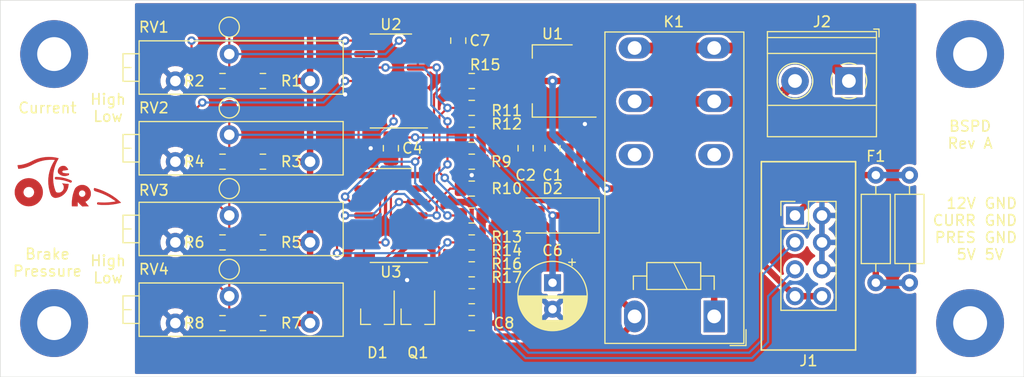
<source format=kicad_pcb>
(kicad_pcb (version 20171130) (host pcbnew 5.1.4)
  (layers (0 F.Cu signal) (31 B.Cu signal) (34 B.Paste user) (35 F.Paste user) (36 B.SilkS user) (37 F.SilkS user) (38 B.Mask user) (39 F.Mask user) (44 Edge.Cuts user))
  (net 0 "")
  (net 1 GND)
  (net 2 +12V)
  (net 3 +5V)
  (net 4 /2.5V)
  (net 5 "Net-(C7-Pad1)")
  (net 6 "Net-(C8-Pad1)")
  (net 7 "Net-(D1-Pad3)")
  (net 8 "Net-(D2-Pad2)")
  (net 9 "Net-(F1-Pad2)")
  (net 10 /BR_PRES)
  (net 11 /CUR_SENS)
  (net 12 /ASS2)
  (net 13 /ASS1)
  (net 14 "Net-(R1-Pad2)")
  (net 15 "Net-(R3-Pad2)")
  (net 16 "Net-(R5-Pad2)")
  (net 17 "Net-(R7-Pad2)")
  (net 18 "Net-(R13-Pad2)")
  (net 19 "Net-(R14-Pad2)")
  (module project:OUR-Logo (layer F.Cu) (at 69.85 81.28)
    (fp_text reference G*** hide)
    (fp_text value LOGO hide)
    (fp_poly (pts (xy -0.350268 -2.147106) (xy -0.265525 -2.129654) (xy -0.188064 -2.096016) (xy -0.169569 -2.084589) (xy -0.137417 -2.058378) (xy -0.098943 -2.019478) (xy -0.058246 -1.972645) (xy -0.019427 -1.922633) (xy 0.013417 -1.874197) (xy 0.017286 -1.867843) (xy 0.040516 -1.828581) (xy 0.052868 -1.803027) (xy 0.053583 -1.787267) (xy 0.041902 -1.777386) (xy 0.017065 -1.76947) (xy -0.002772 -1.764462) (xy -0.070406 -1.749336) (xy -0.14376 -1.736044) (xy -0.216247 -1.72556) (xy -0.28128 -1.718856) (xy -0.32512 -1.716858) (xy -0.392172 -1.710633) (xy -0.443316 -1.692352) (xy -0.479227 -1.661707) (xy -0.492482 -1.639993) (xy -0.50372 -1.612254) (xy -0.505116 -1.59026) (xy -0.497306 -1.562345) (xy -0.496791 -1.560884) (xy -0.481381 -1.530191) (xy -0.46138 -1.505444) (xy -0.4572 -1.501985) (xy -0.425495 -1.486258) (xy -0.376053 -1.471857) (xy -0.311438 -1.459195) (xy -0.234212 -1.44869) (xy -0.146939 -1.440757) (xy -0.052182 -1.43581) (xy -0.04826 -1.43568) (xy 0.13208 -1.429824) (xy 0.131941 -1.377852) (xy 0.130639 -1.333536) (xy 0.12455 -1.303965) (xy 0.109968 -1.283595) (xy 0.083188 -1.266879) (xy 0.047208 -1.251045) (xy -0.048939 -1.219201) (xy -0.154134 -1.198361) (xy -0.26196 -1.189146) (xy -0.366004 -1.192176) (xy -0.44196 -1.203778) (xy -0.559521 -1.238032) (xy -0.666686 -1.287527) (xy -0.768824 -1.354758) (xy -0.77216 -1.3573) (xy -0.821026 -1.396249) (xy -0.855793 -1.428791) (xy -0.879629 -1.459232) (xy -0.895703 -1.491877) (xy -0.907183 -1.531032) (xy -0.910261 -1.544959) (xy -0.920888 -1.643218) (xy -0.91186 -1.739841) (xy -0.883835 -1.832726) (xy -0.837472 -1.919772) (xy -0.77343 -1.998877) (xy -0.765423 -2.006917) (xy -0.69475 -2.063819) (xy -0.614533 -2.106728) (xy -0.528137 -2.135204) (xy -0.438927 -2.14881) (xy -0.350268 -2.147106)) (layer F.Cu) (width 0.01))
    (fp_poly (pts (xy -0.982443 -1.09419) (xy -0.727831 -1.073813) (xy -0.473798 -1.033184) (xy -0.220616 -0.972367) (xy 0.031443 -0.891428) (xy 0.276498 -0.792918) (xy 0.32134 -0.772527) (xy 0.351065 -0.757051) (xy 0.369415 -0.743839) (xy 0.380132 -0.730241) (xy 0.386506 -0.714989) (xy 0.391342 -0.671215) (xy 0.379603 -0.628901) (xy 0.354273 -0.593216) (xy 0.318338 -0.569331) (xy 0.299231 -0.563761) (xy 0.272547 -0.563033) (xy 0.254 -0.568625) (xy 0.23319 -0.579569) (xy 0.19671 -0.595479) (xy 0.148199 -0.614994) (xy 0.091297 -0.636755) (xy 0.029643 -0.6594) (xy -0.033122 -0.681569) (xy -0.09336 -0.701902) (xy -0.147431 -0.719038) (xy -0.1524 -0.720536) (xy -0.371585 -0.779077) (xy -0.588988 -0.822208) (xy -0.811313 -0.851101) (xy -0.969044 -0.863231) (xy -1.026883 -0.86711) (xy -1.078714 -0.87165) (xy -1.120643 -0.876426) (xy -1.148778 -0.881016) (xy -1.157978 -0.88378) (xy -1.182745 -0.907051) (xy -1.200853 -0.943245) (xy -1.208908 -0.985232) (xy -1.20904 -0.991112) (xy -1.204954 -1.019826) (xy -1.190015 -1.045607) (xy -1.172943 -1.06429) (xy -1.136845 -1.100388) (xy -0.982443 -1.09419)) (layer F.Cu) (width 0.01))
    (fp_poly (pts (xy -1.528946 -2.978857) (xy -1.273322 -2.952729) (xy -1.23444 -2.947016) (xy -1.194055 -2.940224) (xy -1.144246 -2.930921) (xy -1.08884 -2.919927) (xy -1.031663 -2.908065) (xy -0.976539 -2.896155) (xy -0.927294 -2.885019) (xy -0.887754 -2.875477) (xy -0.861744 -2.868351) (xy -0.853731 -2.8653) (xy -0.851054 -2.856074) (xy -0.857625 -2.835802) (xy -0.874265 -2.802558) (xy -0.898994 -2.759165) (xy -1.019474 -2.534688) (xy -1.123018 -2.300174) (xy -1.209149 -2.0575) (xy -1.277391 -1.808542) (xy -1.327267 -1.555179) (xy -1.358302 -1.299288) (xy -1.370019 -1.042746) (xy -1.368306 -0.90932) (xy -1.358648 -0.740923) (xy -1.341208 -0.570118) (xy -1.316801 -0.402587) (xy -1.286245 -0.244017) (xy -1.253936 -0.11285) (xy -1.239523 -0.063365) (xy -1.221446 -0.005052) (xy -1.201303 0.057309) (xy -1.180689 0.118938) (xy -1.161201 0.175055) (xy -1.144436 0.22088) (xy -1.132772 0.249884) (xy -1.102447 0.302305) (xy -1.062539 0.341242) (xy -1.010933 0.367764) (xy -0.945513 0.382943) (xy -0.864164 0.387847) (xy -0.860046 0.387843) (xy -0.759911 0.378056) (xy -0.666964 0.350504) (xy -0.58292 0.306904) (xy -0.509492 0.248968) (xy -0.448397 0.178411) (xy -0.401348 0.096947) (xy -0.370059 0.006292) (xy -0.356245 -0.091842) (xy -0.355721 -0.116435) (xy -0.364611 -0.214884) (xy -0.391513 -0.306004) (xy -0.437298 -0.392175) (xy -0.475454 -0.444044) (xy -0.521943 -0.501113) (xy -0.481952 -0.494194) (xy -0.386436 -0.478533) (xy -0.30312 -0.467032) (xy -0.2245 -0.458876) (xy -0.143075 -0.45325) (xy -0.077321 -0.450265) (xy 0.094279 -0.443767) (xy 0.087618 -0.346344) (xy 0.066897 -0.189419) (xy 0.027152 -0.037038) (xy -0.030531 0.109189) (xy -0.105068 0.247653) (xy -0.195377 0.376744) (xy -0.300371 0.494853) (xy -0.418968 0.60037) (xy -0.550084 0.691685) (xy -0.648092 0.745975) (xy -0.745248 0.789097) (xy -0.846276 0.82408) (xy -0.947442 0.85019) (xy -1.04501 0.866696) (xy -1.135245 0.872863) (xy -1.21441 0.867959) (xy -1.242584 0.862629) (xy -1.301425 0.842897) (xy -1.365015 0.811798) (xy -1.425071 0.773555) (xy -1.441171 0.761312) (xy -1.480438 0.725823) (xy -1.515889 0.68402) (xy -1.548692 0.633611) (xy -1.580019 0.572307) (xy -1.611038 0.497817) (xy -1.64292 0.40785) (xy -1.676836 0.300116) (xy -1.676955 0.29972) (xy -1.742808 0.046307) (xy -1.789205 -0.210369) (xy -1.816243 -0.469013) (xy -1.824022 -0.728328) (xy -1.81264 -0.987021) (xy -1.782196 -1.243795) (xy -1.732789 -1.497354) (xy -1.664516 -1.746404) (xy -1.577477 -1.98965) (xy -1.487038 -2.19456) (xy -1.437618 -2.294879) (xy -1.392528 -2.381386) (xy -1.348871 -2.45926) (xy -1.303753 -2.533681) (xy -1.258279 -2.603832) (xy -1.233786 -2.64137) (xy -1.214204 -2.672802) (xy -1.201902 -2.694231) (xy -1.19888 -2.701386) (xy -1.208597 -2.706974) (xy -1.236002 -2.711745) (xy -1.278481 -2.715675) (xy -1.333418 -2.71874) (xy -1.398198 -2.720918) (xy -1.470205 -2.722185) (xy -1.546824 -2.722518) (xy -1.62544 -2.721894) (xy -1.703436 -2.720289) (xy -1.778198 -2.717681) (xy -1.84711 -2.714045) (xy -1.907557 -2.709359) (xy -1.922889 -2.707826) (xy -2.035357 -2.694665) (xy -2.135924 -2.679939) (xy -2.233007 -2.662182) (xy -2.335024 -2.639932) (xy -2.39268 -2.626134) (xy -2.507723 -2.596384) (xy -2.615817 -2.564888) (xy -2.720188 -2.53034) (xy -2.824064 -2.491436) (xy -2.930673 -2.446868) (xy -3.043241 -2.395331) (xy -3.164997 -2.33552) (xy -3.299167 -2.266128) (xy -3.3528 -2.237658) (xy -3.511413 -2.159351) (xy -3.679971 -2.087889) (xy -3.854494 -2.024478) (xy -4.030999 -1.970326) (xy -4.205506 -1.926638) (xy -4.374033 -1.89462) (xy -4.532597 -1.87548) (xy -4.553264 -1.873932) (xy -4.651368 -1.867167) (xy -4.663166 -1.926724) (xy -4.670756 -1.963059) (xy -4.681377 -2.011365) (xy -4.693302 -2.063858) (xy -4.699682 -2.091234) (xy -4.709853 -2.135113) (xy -4.717993 -2.171548) (xy -4.723121 -2.196068) (xy -4.7244 -2.203969) (xy -4.714882 -2.207376) (xy -4.688863 -2.211129) (xy -4.65015 -2.214803) (xy -4.602547 -2.217976) (xy -4.59486 -2.218383) (xy -4.508679 -2.224319) (xy -4.426829 -2.233505) (xy -4.343532 -2.246875) (xy -4.253006 -2.265363) (xy -4.149471 -2.289905) (xy -4.144138 -2.291236) (xy -4.002865 -2.329264) (xy -3.869751 -2.371137) (xy -3.739746 -2.418804) (xy -3.607803 -2.474211) (xy -3.468873 -2.539305) (xy -3.363593 -2.592279) (xy -3.295814 -2.626486) (xy -3.224777 -2.66108) (xy -3.155701 -2.693608) (xy -3.093804 -2.721614) (xy -3.044304 -2.742644) (xy -3.041886 -2.743613) (xy -2.802692 -2.828308) (xy -2.555517 -2.895123) (xy -2.302457 -2.943821) (xy -2.045611 -2.974167) (xy -1.787075 -2.985924) (xy -1.528946 -2.978857)) (layer F.Cu) (width 0.01))
    (fp_poly (pts (xy 2.528116 -0.052492) (xy 2.556478 -0.046443) (xy 2.598012 -0.036179) (xy 2.649565 -0.022483) (xy 2.707982 -0.006138) (xy 2.71272 -0.004779) (xy 2.902297 0.052704) (xy 3.079824 0.113162) (xy 3.251879 0.179138) (xy 3.42504 0.253174) (xy 3.605886 0.337814) (xy 3.6322 0.350658) (xy 3.852627 0.463715) (xy 4.058075 0.57985) (xy 4.253883 0.702428) (xy 4.445388 0.834815) (xy 4.63793 0.980378) (xy 4.665325 1.002042) (xy 4.721674 1.047584) (xy 4.778903 1.095187) (xy 4.834966 1.14301) (xy 4.887817 1.189213) (xy 4.935411 1.231955) (xy 4.975702 1.269397) (xy 5.006644 1.299697) (xy 5.026192 1.321016) (xy 5.0323 1.331513) (xy 5.032047 1.331944) (xy 5.018942 1.337497) (xy 4.989114 1.346485) (xy 4.945724 1.358151) (xy 4.891932 1.371739) (xy 4.830897 1.386493) (xy 4.765782 1.401655) (xy 4.699745 1.416469) (xy 4.635947 1.430178) (xy 4.577548 1.442026) (xy 4.55168 1.446957) (xy 4.404537 1.472846) (xy 4.267894 1.493663) (xy 4.136553 1.509898) (xy 4.005315 1.522038) (xy 3.868981 1.530572) (xy 3.722353 1.535989) (xy 3.57632 1.538613) (xy 3.495041 1.539356) (xy 3.418063 1.539799) (xy 3.348349 1.539944) (xy 3.288862 1.539795) (xy 3.242565 1.539354) (xy 3.212421 1.538624) (xy 3.20548 1.538247) (xy 3.106597 1.530736) (xy 3.025968 1.524397) (xy 2.961584 1.518893) (xy 2.911435 1.513888) (xy 2.873512 1.509045) (xy 2.845805 1.504028) (xy 2.826303 1.4985) (xy 2.812998 1.492126) (xy 2.803881 1.484568) (xy 2.79694 1.47549) (xy 2.792997 1.469195) (xy 2.774687 1.422861) (xy 2.776442 1.378057) (xy 2.798084 1.336347) (xy 2.80956 1.323527) (xy 2.832977 1.302035) (xy 2.851863 1.292602) (xy 2.875013 1.291945) (xy 2.889532 1.293689) (xy 2.943689 1.299577) (xy 3.014037 1.304899) (xy 3.096451 1.309516) (xy 3.186806 1.313287) (xy 3.280978 1.316072) (xy 3.374843 1.317733) (xy 3.464274 1.31813) (xy 3.545149 1.317123) (xy 3.565605 1.316573) (xy 3.709972 1.310292) (xy 3.858677 1.300377) (xy 4.007443 1.287286) (xy 4.151995 1.271474) (xy 4.288059 1.253398) (xy 4.411359 1.233515) (xy 4.494082 1.217438) (xy 4.543164 1.207003) (xy 4.453442 1.140674) (xy 4.183234 0.9535) (xy 3.900793 0.782329) (xy 3.606861 0.627527) (xy 3.302179 0.48946) (xy 2.987489 0.368492) (xy 2.692895 0.273534) (xy 2.631177 0.254189) (xy 2.581449 0.236124) (xy 2.546546 0.220445) (xy 2.531535 0.21067) (xy 2.503081 0.174665) (xy 2.481108 0.128751) (xy 2.469933 0.082609) (xy 2.469326 0.07112) (xy 2.473179 0.042862) (xy 2.482938 0.008971) (xy 2.495902 -0.02335) (xy 2.50937 -0.046899) (xy 2.516082 -0.053545) (xy 2.528116 -0.052492)) (layer F.Cu) (width 0.01))
    (fp_poly (pts (xy -3.480736 -0.971476) (xy -3.325558 -0.941528) (xy -3.174929 -0.893493) (xy -3.031054 -0.827421) (xy -3.019747 -0.821272) (xy -2.886179 -0.736427) (xy -2.763522 -0.635713) (xy -2.65328 -0.521103) (xy -2.556954 -0.394567) (xy -2.476048 -0.258077) (xy -2.412063 -0.113602) (xy -2.366943 0.03502) (xy -2.339304 0.194886) (xy -2.33133 0.354421) (xy -2.342403 0.512064) (xy -2.371905 0.666253) (xy -2.41922 0.815428) (xy -2.483728 0.958026) (xy -2.564812 1.092487) (xy -2.661854 1.217248) (xy -2.774237 1.330749) (xy -2.901343 1.431429) (xy -2.926131 1.448331) (xy -3.067851 1.531093) (xy -3.215283 1.594422) (xy -3.368661 1.63838) (xy -3.528219 1.663026) (xy -3.694191 1.66842) (xy -3.770366 1.664631) (xy -3.93049 1.642833) (xy -4.084359 1.601787) (xy -4.231398 1.541756) (xy -4.371036 1.463002) (xy -4.5027 1.365785) (xy -4.583725 1.292827) (xy -4.695154 1.171955) (xy -4.788488 1.042651) (xy -4.864377 0.903731) (xy -4.923473 0.754011) (xy -4.96492 0.59944) (xy -4.97465 0.536928) (xy -4.980994 0.460363) (xy -4.983436 0.390531) (xy -4.164298 0.390531) (xy -4.150026 0.472084) (xy -4.11639 0.562315) (xy -4.06605 0.643579) (xy -4.001316 0.714077) (xy -3.924499 0.772005) (xy -3.837909 0.815562) (xy -3.743857 0.842948) (xy -3.66268 0.852075) (xy -3.637192 0.850487) (xy -3.600122 0.845349) (xy -3.56108 0.838089) (xy -3.462684 0.807599) (xy -3.375023 0.76055) (xy -3.299578 0.698236) (xy -3.237828 0.621953) (xy -3.191256 0.532994) (xy -3.181055 0.505751) (xy -3.158116 0.409084) (xy -3.154701 0.311935) (xy -3.170226 0.216746) (xy -3.204105 0.125956) (xy -3.255755 0.042008) (xy -3.305795 -0.014988) (xy -3.384752 -0.080489) (xy -3.469565 -0.126663) (xy -3.561144 -0.153891) (xy -3.6576 -0.16256) (xy -3.755476 -0.153112) (xy -3.846516 -0.126075) (xy -3.929196 -0.083417) (xy -4.001989 -0.027102) (xy -4.063372 0.040904) (xy -4.11182 0.118636) (xy -4.145806 0.204128) (xy -4.163807 0.295415) (xy -4.164298 0.390531) (xy -4.983436 0.390531) (xy -4.983959 0.375606) (xy -4.983551 0.288518) (xy -4.979777 0.204962) (xy -4.972644 0.130799) (xy -4.964331 0.08128) (xy -4.919479 -0.078923) (xy -4.856955 -0.230413) (xy -4.777724 -0.371938) (xy -4.682751 -0.502246) (xy -4.573003 -0.620085) (xy -4.449444 -0.724202) (xy -4.313041 -0.813344) (xy -4.247741 -0.848231) (xy -4.10287 -0.90944) (xy -3.95153 -0.95232) (xy -3.795926 -0.976921) (xy -3.63826 -0.98329) (xy -3.480736 -0.971476)) (layer F.Cu) (width 0.01))
    (fp_poly (pts (xy 1.433866 -0.342617) (xy 1.514387 -0.335051) (xy 1.58521 -0.322159) (xy 1.61036 -0.315223) (xy 1.731002 -0.267018) (xy 1.841003 -0.20208) (xy 1.938999 -0.121755) (xy 2.023626 -0.027387) (xy 2.093522 0.079678) (xy 2.147321 0.198094) (xy 2.156095 0.223218) (xy 2.168694 0.262343) (xy 2.177502 0.29462) (xy 2.183201 0.32529) (xy 2.186472 0.359596) (xy 2.187996 0.402783) (xy 2.188454 0.460091) (xy 2.188477 0.47244) (xy 2.188333 0.532437) (xy 2.187259 0.577281) (xy 2.184574 0.612138) (xy 2.179596 0.642175) (xy 2.171643 0.672556) (xy 2.160035 0.708447) (xy 2.155636 0.72136) (xy 2.106768 0.837454) (xy 2.043773 0.943485) (xy 1.968953 1.035638) (xy 1.961032 1.043818) (xy 1.915265 1.086262) (xy 1.862539 1.128725) (xy 1.807985 1.167568) (xy 1.756732 1.199156) (xy 1.713914 1.219851) (xy 1.711296 1.220823) (xy 1.688452 1.231214) (xy 1.676787 1.240688) (xy 1.6764 1.242118) (xy 1.682502 1.257378) (xy 1.699561 1.285805) (xy 1.725704 1.324811) (xy 1.759057 1.371806) (xy 1.797749 1.424199) (xy 1.839905 1.479401) (xy 1.883653 1.534822) (xy 1.922063 1.581815) (xy 1.950381 1.616097) (xy 1.97311 1.644137) (xy 1.987564 1.662588) (xy 1.991365 1.668175) (xy 1.981745 1.669186) (xy 1.955033 1.670062) (xy 1.914459 1.670747) (xy 1.863249 1.671184) (xy 1.811025 1.67132) (xy 1.740806 1.671825) (xy 1.666638 1.673217) (xy 1.595431 1.675312) (xy 1.534092 1.677925) (xy 1.508719 1.679405) (xy 1.386759 1.687491) (xy 1.259799 1.571847) (xy 1.209144 1.524496) (xy 1.156224 1.472966) (xy 1.106232 1.422444) (xy 1.06436 1.378116) (xy 1.05156 1.363862) (xy 1.019715 1.328164) (xy 0.992674 1.298753) (xy 0.973249 1.278625) (xy 0.964251 1.270774) (xy 0.964181 1.27076) (xy 0.960437 1.279881) (xy 0.956638 1.305813) (xy 0.953014 1.34505) (xy 0.949796 1.394087) (xy 0.947214 1.449415) (xy 0.945499 1.50753) (xy 0.94488 1.564675) (xy 0.94488 1.673348) (xy 0.40902 1.67132) (xy 0.402691 1.59004) (xy 0.396672 1.446091) (xy 0.399509 1.28832) (xy 0.410863 1.121023) (xy 0.430394 0.948497) (xy 0.457763 0.77504) (xy 0.473517 0.693045) (xy 0.493521 0.603593) (xy 0.517734 0.509536) (xy 0.527923 0.473955) (xy 1.063558 0.473955) (xy 1.072157 0.55051) (xy 1.098787 0.618792) (xy 1.144206 0.680462) (xy 1.169161 0.704875) (xy 1.216747 0.742191) (xy 1.263635 0.765566) (xy 1.316209 0.777172) (xy 1.380853 0.779181) (xy 1.386965 0.778984) (xy 1.434229 0.775901) (xy 1.469654 0.769328) (xy 1.501669 0.757236) (xy 1.523338 0.746168) (xy 1.584978 0.701575) (xy 1.633522 0.643659) (xy 1.667033 0.576033) (xy 1.683576 0.502311) (xy 1.683816 0.446618) (xy 1.667425 0.367201) (xy 1.633895 0.298582) (xy 1.583679 0.241425) (xy 1.517229 0.196396) (xy 1.511582 0.193515) (xy 1.438034 0.167488) (xy 1.362824 0.160875) (xy 1.288741 0.173267) (xy 1.218573 0.204253) (xy 1.164298 0.244713) (xy 1.113809 0.300589) (xy 1.08161 0.360877) (xy 1.065869 0.429747) (xy 1.063558 0.473955) (xy 0.527923 0.473955) (xy 0.545113 0.413926) (xy 0.574613 0.319819) (xy 0.605191 0.230267) (xy 0.635804 0.148326) (xy 0.665407 0.077049) (xy 0.692957 0.019489) (xy 0.71741 -0.021298) (xy 0.717877 -0.021945) (xy 0.792811 -0.108685) (xy 0.883169 -0.185145) (xy 0.985824 -0.249343) (xy 1.097652 -0.299296) (xy 1.204615 -0.330673) (xy 1.271929 -0.340697) (xy 1.350696 -0.344589) (xy 1.433866 -0.342617)) (layer F.Cu) (width 0.01))
  )
  (module Package_TO_SOT_SMD:SOT-23_Handsoldering (layer F.Cu) (at 102.87 93.345 270)
    (fp_text reference Q1 (at 3.429 0) (layer F.SilkS))
    (fp_text value IRLML2502)
    (pad 1 smd rect (at -1.5 -0.95 270) (size 1.9 0.8) (layers F.Cu F.Paste F.Mask) (net 7 "Net-(D1-Pad3)"))
    (pad 2 smd rect (at -1.5 0.95 270) (size 1.9 0.8) (layers F.Cu F.Paste F.Mask) (net 1 GND))
    (pad 3 smd rect (at 1.5 0 270) (size 1.9 0.8) (layers F.Cu F.Paste F.Mask) (net 8 "Net-(D2-Pad2)"))
  )
  (module Package_SO:SOIC-14_3.9x8.7mm_P1.27mm (layer F.Cu) (at 100.33 83.82 180)
    (fp_text reference U3 (at 0 -5.334) (layer F.SilkS))
    (fp_text value LM2901D)
    (pad 1 smd roundrect (at -2.475 -3.81 180) (size 1.95 0.6) (layers F.Cu F.Paste F.Mask))
    (pad 2 smd roundrect (at -2.475 -2.54 180) (size 1.95 0.6) (layers F.Cu F.Paste F.Mask) (net 6 "Net-(C8-Pad1)"))
    (pad 3 smd roundrect (at -2.475 -1.27 180) (size 1.95 0.6) (layers F.Cu F.Paste F.Mask) (net 2 +12V))
    (pad 4 smd roundrect (at -2.475 0 180) (size 1.95 0.6) (layers F.Cu F.Paste F.Mask) (net 4 /2.5V))
    (pad 5 smd roundrect (at -2.475 1.27 180) (size 1.95 0.6) (layers F.Cu F.Paste F.Mask) (net 5 "Net-(C7-Pad1)"))
    (pad 6 smd roundrect (at -2.475 2.54 180) (size 1.95 0.6) (layers F.Cu F.Paste F.Mask))
    (pad 7 smd roundrect (at -2.475 3.81 180) (size 1.95 0.6) (layers F.Cu F.Paste F.Mask))
    (pad 8 smd roundrect (at 2.475 3.81 180) (size 1.95 0.6) (layers F.Cu F.Paste F.Mask) (net 19 "Net-(R14-Pad2)"))
    (pad 9 smd roundrect (at 2.475 2.54 180) (size 1.95 0.6) (layers F.Cu F.Paste F.Mask) (net 4 /2.5V))
    (pad 10 smd roundrect (at 2.475 1.27 180) (size 1.95 0.6) (layers F.Cu F.Paste F.Mask) (net 18 "Net-(R13-Pad2)"))
    (pad 11 smd roundrect (at 2.475 0 180) (size 1.95 0.6) (layers F.Cu F.Paste F.Mask) (net 4 /2.5V))
    (pad 12 smd roundrect (at 2.475 -1.27 180) (size 1.95 0.6) (layers F.Cu F.Paste F.Mask) (net 1 GND))
    (pad 13 smd roundrect (at 2.475 -2.54 180) (size 1.95 0.6) (layers F.Cu F.Paste F.Mask) (net 5 "Net-(C7-Pad1)"))
    (pad 14 smd roundrect (at 2.475 -3.81 180) (size 1.95 0.6) (layers F.Cu F.Paste F.Mask) (net 5 "Net-(C7-Pad1)"))
  )
  (module Resistor_THT:R_Axial_DIN0207_L6.3mm_D2.5mm_P10.16mm_Horizontal (layer F.Cu) (at 149.225 80.01 270)
    (fp_text reference F1 hide)
    (fp_text value 0251001 hide)
    (pad 2 thru_hole oval (at 10.16 0 270) (size 1.6 1.6) (drill 0.8) (layers *.Cu *.Mask) (net 9 "Net-(F1-Pad2)"))
    (pad 1 thru_hole circle (at 0 0 270) (size 1.6 1.6) (drill 0.8) (layers *.Cu *.Mask) (net 2 +12V))
  )
  (module TestPoint:TestPoint_Pad_D1.5mm (layer F.Cu) (at 85.09 88.9 270)
    (fp_text reference TP4 hide)
    (fp_text value TestPoint hide)
    (pad 1 smd circle (at 0 0 270) (size 1.5 1.5) (layers F.Cu F.Mask) (net 17 "Net-(R7-Pad2)"))
  )
  (module TestPoint:TestPoint_Pad_D1.5mm (layer F.Cu) (at 85.09 81.28 270)
    (fp_text reference TP3 hide)
    (fp_text value TestPoint hide)
    (pad 1 smd circle (at 0 0 270) (size 1.5 1.5) (layers F.Cu F.Mask) (net 16 "Net-(R5-Pad2)"))
  )
  (module TestPoint:TestPoint_Pad_D1.5mm (layer F.Cu) (at 85.09 73.66 270)
    (fp_text reference TP2 hide)
    (fp_text value TestPoint hide)
    (pad 1 smd circle (at 0 0 270) (size 1.5 1.5) (layers F.Cu F.Mask) (net 15 "Net-(R3-Pad2)"))
  )
  (module TestPoint:TestPoint_Pad_D1.5mm (layer F.Cu) (at 85.09 66.04 270)
    (fp_text reference TP1 hide)
    (fp_text value TestPoint hide)
    (pad 1 smd circle (at 0 0 270) (size 1.5 1.5) (layers F.Cu F.Mask) (net 14 "Net-(R1-Pad2)"))
  )
  (module MountingHole:MountingHole_3.2mm_M3_Pad (layer F.Cu) (at 68.58 93.98 270)
    (fp_text reference H4 hide)
    (fp_text value MountingHole hide)
    (pad 1 thru_hole circle (at 0 0 270) (size 6.4 6.4) (drill 3.2) (layers *.Cu *.Mask))
  )
  (module MountingHole:MountingHole_3.2mm_M3_Pad (layer F.Cu) (at 68.58 68.58 270)
    (fp_text reference H3 hide)
    (fp_text value MountingHole hide)
    (pad 1 thru_hole circle (at 0 0 270) (size 6.4 6.4) (drill 3.2) (layers *.Cu *.Mask))
  )
  (module MountingHole:MountingHole_3.2mm_M3_Pad (layer F.Cu) (at 154.94 93.98 270)
    (fp_text reference H2 hide)
    (fp_text value MountingHole hide)
    (pad 1 thru_hole circle (at 0 0 270) (size 6.4 6.4) (drill 3.2) (layers *.Cu *.Mask))
  )
  (module MountingHole:MountingHole_3.2mm_M3_Pad (layer F.Cu) (at 154.94 68.58 270)
    (fp_text reference H1 hide)
    (fp_text value MountingHole hide)
    (pad 1 thru_hole circle (at 0 0 270) (size 6.4 6.4) (drill 3.2) (layers *.Cu *.Mask))
  )
  (module project:PinHeader_2x04_P2.54mm_Vertical_Shrouded (layer F.Cu) (at 138.43 83.82)
    (fp_text reference J1 (at 1.27 13.716) (layer F.SilkS))
    (fp_text value Conn_02x04_Odd_Even hide)
    (pad 1 thru_hole rect (at 0 0) (size 1.7 1.7) (drill 1) (layers *.Cu *.Mask) (net 9 "Net-(F1-Pad2)"))
    (pad 2 thru_hole oval (at 2.54 0) (size 1.7 1.7) (drill 1) (layers *.Cu *.Mask) (net 1 GND))
    (pad 3 thru_hole oval (at 0 2.54) (size 1.7 1.7) (drill 1) (layers *.Cu *.Mask) (net 11 /CUR_SENS))
    (pad 4 thru_hole oval (at 2.54 2.54) (size 1.7 1.7) (drill 1) (layers *.Cu *.Mask) (net 1 GND))
    (pad 5 thru_hole oval (at 0 5.08) (size 1.7 1.7) (drill 1) (layers *.Cu *.Mask) (net 10 /BR_PRES))
    (pad 6 thru_hole oval (at 2.54 5.08) (size 1.7 1.7) (drill 1) (layers *.Cu *.Mask) (net 1 GND))
    (pad 7 thru_hole oval (at 0 7.62) (size 1.7 1.7) (drill 1) (layers *.Cu *.Mask) (net 3 +5V))
    (pad 8 thru_hole oval (at 2.54 7.62) (size 1.7 1.7) (drill 1) (layers *.Cu *.Mask) (net 3 +5V))
  )
  (module Package_SO:SOIC-14_3.9x8.7mm_P1.27mm (layer F.Cu) (at 100.33 71.12 180)
    (fp_text reference U2 (at 0 5.334) (layer F.SilkS))
    (fp_text value LM2901D)
    (pad 1 smd roundrect (at -2.475 -3.81 180) (size 1.95 0.6) (layers F.Cu F.Paste F.Mask) (net 18 "Net-(R13-Pad2)"))
    (pad 2 smd roundrect (at -2.475 -2.54 180) (size 1.95 0.6) (layers F.Cu F.Paste F.Mask) (net 18 "Net-(R13-Pad2)"))
    (pad 3 smd roundrect (at -2.475 -1.27 180) (size 1.95 0.6) (layers F.Cu F.Paste F.Mask) (net 2 +12V))
    (pad 4 smd roundrect (at -2.475 0 180) (size 1.95 0.6) (layers F.Cu F.Paste F.Mask) (net 15 "Net-(R3-Pad2)"))
    (pad 5 smd roundrect (at -2.475 1.27 180) (size 1.95 0.6) (layers F.Cu F.Paste F.Mask) (net 11 /CUR_SENS))
    (pad 6 smd roundrect (at -2.475 2.54 180) (size 1.95 0.6) (layers F.Cu F.Paste F.Mask) (net 11 /CUR_SENS))
    (pad 7 smd roundrect (at -2.475 3.81 180) (size 1.95 0.6) (layers F.Cu F.Paste F.Mask) (net 14 "Net-(R1-Pad2)"))
    (pad 8 smd roundrect (at 2.475 3.81 180) (size 1.95 0.6) (layers F.Cu F.Paste F.Mask) (net 17 "Net-(R7-Pad2)"))
    (pad 9 smd roundrect (at 2.475 2.54 180) (size 1.95 0.6) (layers F.Cu F.Paste F.Mask) (net 10 /BR_PRES))
    (pad 10 smd roundrect (at 2.475 1.27 180) (size 1.95 0.6) (layers F.Cu F.Paste F.Mask) (net 10 /BR_PRES))
    (pad 11 smd roundrect (at 2.475 0 180) (size 1.95 0.6) (layers F.Cu F.Paste F.Mask) (net 16 "Net-(R5-Pad2)"))
    (pad 12 smd roundrect (at 2.475 -1.27 180) (size 1.95 0.6) (layers F.Cu F.Paste F.Mask) (net 1 GND))
    (pad 13 smd roundrect (at 2.475 -2.54 180) (size 1.95 0.6) (layers F.Cu F.Paste F.Mask) (net 19 "Net-(R14-Pad2)"))
    (pad 14 smd roundrect (at 2.475 -3.81 180) (size 1.95 0.6) (layers F.Cu F.Paste F.Mask) (net 19 "Net-(R14-Pad2)"))
  )
  (module Package_TO_SOT_SMD:SOT-23_Handsoldering (layer F.Cu) (at 99.06 93.345 270)
    (fp_text reference D1 (at 3.429 0) (layer F.SilkS))
    (fp_text value NYC0102BLT1G)
    (pad 1 smd rect (at -1.5 -0.95 270) (size 1.9 0.8) (layers F.Cu F.Paste F.Mask) (net 1 GND))
    (pad 2 smd rect (at -1.5 0.95 270) (size 1.9 0.8) (layers F.Cu F.Paste F.Mask) (net 6 "Net-(C8-Pad1)"))
    (pad 3 smd rect (at 1.5 0 270) (size 1.9 0.8) (layers F.Cu F.Paste F.Mask) (net 7 "Net-(D1-Pad3)"))
  )
  (module Diode_SMD:D_SMA_Handsoldering (layer F.Cu) (at 115.57 83.82 180)
    (fp_text reference D2 (at 0 2.54) (layer F.SilkS))
    (fp_text value S1A)
    (pad 1 smd rect (at -2.5 0 180) (size 3.5 1.8) (layers F.Cu F.Paste F.Mask) (net 2 +12V))
    (pad 2 smd rect (at 2.5 0 180) (size 3.5 1.8) (layers F.Cu F.Paste F.Mask) (net 8 "Net-(D2-Pad2)"))
  )
  (module Package_TO_SOT_SMD:SOT-223 (layer F.Cu) (at 115.57 71.12 180)
    (fp_text reference U1 (at 0 4.445) (layer F.SilkS))
    (fp_text value AZ1117-5.0)
    (pad 4 smd rect (at 3.15 0 180) (size 2 3.8) (layers F.Cu F.Paste F.Mask) (net 3 +5V))
    (pad 2 smd rect (at -3.15 0 180) (size 2 1.5) (layers F.Cu F.Paste F.Mask) (net 3 +5V))
    (pad 3 smd rect (at -3.15 2.3 180) (size 2 1.5) (layers F.Cu F.Paste F.Mask) (net 2 +12V))
    (pad 1 smd rect (at -3.15 -2.3 180) (size 2 1.5) (layers F.Cu F.Paste F.Mask) (net 1 GND))
  )
  (module Potentiometer_THT:Potentiometer_Vishay_43_Horizontal (layer F.Cu) (at 92.71 93.98)
    (fp_text reference RV4 (at -14.732 -5.08 180) (layer F.SilkS))
    (fp_text value M43P103)
    (pad 1 thru_hole circle (at 0 0) (size 1.8 1.8) (drill 1) (layers *.Cu *.Mask) (net 3 +5V))
    (pad 2 thru_hole circle (at -7.62 -2.54) (size 1.8 1.8) (drill 1) (layers *.Cu *.Mask) (net 17 "Net-(R7-Pad2)"))
    (pad 3 thru_hole circle (at -12.7 0) (size 1.8 1.8) (drill 1) (layers *.Cu *.Mask) (net 1 GND))
  )
  (module Potentiometer_THT:Potentiometer_Vishay_43_Horizontal (layer F.Cu) (at 92.71 86.36)
    (fp_text reference RV3 (at -14.732 -4.92 180) (layer F.SilkS))
    (fp_text value M43P103)
    (pad 1 thru_hole circle (at 0 0) (size 1.8 1.8) (drill 1) (layers *.Cu *.Mask) (net 3 +5V))
    (pad 2 thru_hole circle (at -7.62 -2.54) (size 1.8 1.8) (drill 1) (layers *.Cu *.Mask) (net 16 "Net-(R5-Pad2)"))
    (pad 3 thru_hole circle (at -12.7 0) (size 1.8 1.8) (drill 1) (layers *.Cu *.Mask) (net 1 GND))
  )
  (module Potentiometer_THT:Potentiometer_Vishay_43_Horizontal (layer F.Cu) (at 92.71 78.74)
    (fp_text reference RV2 (at -14.732 -5.08 180) (layer F.SilkS))
    (fp_text value M43P103)
    (pad 1 thru_hole circle (at 0 0) (size 1.8 1.8) (drill 1) (layers *.Cu *.Mask) (net 3 +5V))
    (pad 2 thru_hole circle (at -7.62 -2.54) (size 1.8 1.8) (drill 1) (layers *.Cu *.Mask) (net 15 "Net-(R3-Pad2)"))
    (pad 3 thru_hole circle (at -12.7 0) (size 1.8 1.8) (drill 1) (layers *.Cu *.Mask) (net 1 GND))
  )
  (module Potentiometer_THT:Potentiometer_Vishay_43_Horizontal (layer F.Cu) (at 92.71 71.12)
    (fp_text reference RV1 (at -14.732 -5.08 180) (layer F.SilkS))
    (fp_text value M43P103)
    (pad 1 thru_hole circle (at 0 0) (size 1.8 1.8) (drill 1) (layers *.Cu *.Mask) (net 3 +5V))
    (pad 2 thru_hole circle (at -7.62 -2.54) (size 1.8 1.8) (drill 1) (layers *.Cu *.Mask) (net 14 "Net-(R1-Pad2)"))
    (pad 3 thru_hole circle (at -12.7 0) (size 1.8 1.8) (drill 1) (layers *.Cu *.Mask) (net 1 GND))
  )
  (module Resistor_SMD:R_0805_2012Metric_Pad1.15x1.40mm_HandSolder (layer F.Cu) (at 107.95 91.44 180)
    (fp_text reference R17 (at -3.302 1.778) (layer F.SilkS))
    (fp_text value 470)
    (pad 1 smd roundrect (at -1.025 0 180) (size 1.15 1.4) (layers F.Cu F.Paste F.Mask) (roundrect_rratio 0.217391) (net 3 +5V))
    (pad 2 smd roundrect (at 1.025 0 180) (size 1.15 1.4) (layers F.Cu F.Paste F.Mask) (roundrect_rratio 0.217391) (net 7 "Net-(D1-Pad3)"))
  )
  (module Resistor_SMD:R_0805_2012Metric_Pad1.15x1.40mm_HandSolder (layer F.Cu) (at 107.95 88.9 180)
    (fp_text reference R16 (at -3.302 0.508) (layer F.SilkS))
    (fp_text value 10k)
    (pad 1 smd roundrect (at -1.025 0 180) (size 1.15 1.4) (layers F.Cu F.Paste F.Mask) (roundrect_rratio 0.217391) (net 3 +5V))
    (pad 2 smd roundrect (at 1.025 0 180) (size 1.15 1.4) (layers F.Cu F.Paste F.Mask) (roundrect_rratio 0.217391) (net 6 "Net-(C8-Pad1)"))
  )
  (module Resistor_SMD:R_0805_2012Metric_Pad1.15x1.40mm_HandSolder (layer F.Cu) (at 107.95 71.12 180)
    (fp_text reference R15 (at -1.27 1.524) (layer F.SilkS))
    (fp_text value 47k)
    (pad 1 smd roundrect (at -1.025 0 180) (size 1.15 1.4) (layers F.Cu F.Paste F.Mask) (roundrect_rratio 0.217391) (net 3 +5V))
    (pad 2 smd roundrect (at 1.025 0 180) (size 1.15 1.4) (layers F.Cu F.Paste F.Mask) (roundrect_rratio 0.217391) (net 5 "Net-(C7-Pad1)"))
  )
  (module Resistor_SMD:R_0805_2012Metric_Pad1.15x1.40mm_HandSolder (layer F.Cu) (at 107.95 86.36 180)
    (fp_text reference R14 (at -3.302 -0.762) (layer F.SilkS))
    (fp_text value 47k)
    (pad 1 smd roundrect (at -1.025 0 180) (size 1.15 1.4) (layers F.Cu F.Paste F.Mask) (roundrect_rratio 0.217391) (net 3 +5V))
    (pad 2 smd roundrect (at 1.025 0 180) (size 1.15 1.4) (layers F.Cu F.Paste F.Mask) (roundrect_rratio 0.217391) (net 19 "Net-(R14-Pad2)"))
  )
  (module Resistor_SMD:R_0805_2012Metric_Pad1.15x1.40mm_HandSolder (layer F.Cu) (at 107.95 83.82 180)
    (fp_text reference R13 (at -3.302 -2.032) (layer F.SilkS))
    (fp_text value 47k)
    (pad 2 smd roundrect (at 1.025 0 180) (size 1.15 1.4) (layers F.Cu F.Paste F.Mask) (roundrect_rratio 0.217391) (net 18 "Net-(R13-Pad2)"))
    (pad 1 smd roundrect (at -1.025 0 180) (size 1.15 1.4) (layers F.Cu F.Paste F.Mask) (roundrect_rratio 0.217391) (net 3 +5V))
  )
  (module Resistor_SMD:R_0805_2012Metric_Pad1.15x1.40mm_HandSolder (layer F.Cu) (at 107.95 76.2 180)
    (fp_text reference R12 (at -3.302 1.016) (layer F.SilkS))
    (fp_text value 1M)
    (pad 1 smd roundrect (at -1.025 0 180) (size 1.15 1.4) (layers F.Cu F.Paste F.Mask) (roundrect_rratio 0.217391) (net 3 +5V))
    (pad 2 smd roundrect (at 1.025 0 180) (size 1.15 1.4) (layers F.Cu F.Paste F.Mask) (roundrect_rratio 0.217391) (net 10 /BR_PRES))
  )
  (module Resistor_SMD:R_0805_2012Metric_Pad1.15x1.40mm_HandSolder (layer F.Cu) (at 107.95 73.66 180)
    (fp_text reference R11 (at -3.302 -0.254) (layer F.SilkS))
    (fp_text value 1M)
    (pad 1 smd roundrect (at -1.025 0 180) (size 1.15 1.4) (layers F.Cu F.Paste F.Mask) (roundrect_rratio 0.217391) (net 3 +5V))
    (pad 2 smd roundrect (at 1.025 0 180) (size 1.15 1.4) (layers F.Cu F.Paste F.Mask) (roundrect_rratio 0.217391) (net 11 /CUR_SENS))
  )
  (module Resistor_SMD:R_0805_2012Metric_Pad1.15x1.40mm_HandSolder (layer F.Cu) (at 107.95 81.28)
    (fp_text reference R10 (at 3.302 0) (layer F.SilkS))
    (fp_text value 10k)
    (pad 1 smd roundrect (at -1.025 0) (size 1.15 1.4) (layers F.Cu F.Paste F.Mask) (roundrect_rratio 0.217391) (net 4 /2.5V))
    (pad 2 smd roundrect (at 1.025 0) (size 1.15 1.4) (layers F.Cu F.Paste F.Mask) (roundrect_rratio 0.217391) (net 1 GND))
  )
  (module Resistor_SMD:R_0805_2012Metric_Pad1.15x1.40mm_HandSolder (layer F.Cu) (at 107.95 78.74 180)
    (fp_text reference R9 (at -2.794 0) (layer F.SilkS))
    (fp_text value 10k)
    (pad 1 smd roundrect (at -1.025 0 180) (size 1.15 1.4) (layers F.Cu F.Paste F.Mask) (roundrect_rratio 0.217391) (net 3 +5V))
    (pad 2 smd roundrect (at 1.025 0 180) (size 1.15 1.4) (layers F.Cu F.Paste F.Mask) (roundrect_rratio 0.217391) (net 4 /2.5V))
  )
  (module Resistor_SMD:R_0805_2012Metric_Pad1.15x1.40mm_HandSolder (layer F.Cu) (at 84.455 93.98 180)
    (fp_text reference R8 (at 2.667 0 180) (layer F.SilkS))
    (fp_text value DNP hide)
    (pad 1 smd roundrect (at -1.025 0 180) (size 1.15 1.4) (layers F.Cu F.Paste F.Mask) (roundrect_rratio 0.217391) (net 17 "Net-(R7-Pad2)"))
    (pad 2 smd roundrect (at 1.025 0 180) (size 1.15 1.4) (layers F.Cu F.Paste F.Mask) (roundrect_rratio 0.217391) (net 1 GND))
  )
  (module Resistor_SMD:R_0805_2012Metric_Pad1.15x1.40mm_HandSolder (layer F.Cu) (at 88.265 93.98 180)
    (fp_text reference R7 (at -2.667 0 180) (layer F.SilkS))
    (fp_text value DNP hide)
    (pad 1 smd roundrect (at -1.025 0 180) (size 1.15 1.4) (layers F.Cu F.Paste F.Mask) (roundrect_rratio 0.217391) (net 3 +5V))
    (pad 2 smd roundrect (at 1.025 0 180) (size 1.15 1.4) (layers F.Cu F.Paste F.Mask) (roundrect_rratio 0.217391) (net 17 "Net-(R7-Pad2)"))
  )
  (module Resistor_SMD:R_0805_2012Metric_Pad1.15x1.40mm_HandSolder (layer F.Cu) (at 84.455 86.36 180)
    (fp_text reference R6 (at 2.667 0 180) (layer F.SilkS))
    (fp_text value DNP hide)
    (pad 1 smd roundrect (at -1.025 0 180) (size 1.15 1.4) (layers F.Cu F.Paste F.Mask) (roundrect_rratio 0.217391) (net 16 "Net-(R5-Pad2)"))
    (pad 2 smd roundrect (at 1.025 0 180) (size 1.15 1.4) (layers F.Cu F.Paste F.Mask) (roundrect_rratio 0.217391) (net 1 GND))
  )
  (module Resistor_SMD:R_0805_2012Metric_Pad1.15x1.40mm_HandSolder (layer F.Cu) (at 88.265 86.36 180)
    (fp_text reference R5 (at -2.667 0) (layer F.SilkS))
    (fp_text value DNP hide)
    (pad 1 smd roundrect (at -1.025 0 180) (size 1.15 1.4) (layers F.Cu F.Paste F.Mask) (roundrect_rratio 0.217391) (net 3 +5V))
    (pad 2 smd roundrect (at 1.025 0 180) (size 1.15 1.4) (layers F.Cu F.Paste F.Mask) (roundrect_rratio 0.217391) (net 16 "Net-(R5-Pad2)"))
  )
  (module Resistor_SMD:R_0805_2012Metric_Pad1.15x1.40mm_HandSolder (layer F.Cu) (at 84.455 78.74 180)
    (fp_text reference R4 (at 2.667 0 180) (layer F.SilkS))
    (fp_text value DNP hide)
    (pad 1 smd roundrect (at -1.025 0 180) (size 1.15 1.4) (layers F.Cu F.Paste F.Mask) (roundrect_rratio 0.217391) (net 15 "Net-(R3-Pad2)"))
    (pad 2 smd roundrect (at 1.025 0 180) (size 1.15 1.4) (layers F.Cu F.Paste F.Mask) (roundrect_rratio 0.217391) (net 1 GND))
  )
  (module Resistor_SMD:R_0805_2012Metric_Pad1.15x1.40mm_HandSolder (layer F.Cu) (at 88.265 78.74 180)
    (fp_text reference R3 (at -2.667 0 180) (layer F.SilkS))
    (fp_text value DNP hide)
    (pad 1 smd roundrect (at -1.025 0 180) (size 1.15 1.4) (layers F.Cu F.Paste F.Mask) (roundrect_rratio 0.217391) (net 3 +5V))
    (pad 2 smd roundrect (at 1.025 0 180) (size 1.15 1.4) (layers F.Cu F.Paste F.Mask) (roundrect_rratio 0.217391) (net 15 "Net-(R3-Pad2)"))
  )
  (module Resistor_SMD:R_0805_2012Metric_Pad1.15x1.40mm_HandSolder (layer F.Cu) (at 84.455 71.12 180)
    (fp_text reference R2 (at 2.667 0 180) (layer F.SilkS))
    (fp_text value DNP hide)
    (pad 2 smd roundrect (at 1.025 0 180) (size 1.15 1.4) (layers F.Cu F.Paste F.Mask) (roundrect_rratio 0.217391) (net 1 GND))
    (pad 1 smd roundrect (at -1.025 0 180) (size 1.15 1.4) (layers F.Cu F.Paste F.Mask) (roundrect_rratio 0.217391) (net 14 "Net-(R1-Pad2)"))
  )
  (module Resistor_SMD:R_0805_2012Metric_Pad1.15x1.40mm_HandSolder (layer F.Cu) (at 88.265 71.12 180)
    (fp_text reference R1 (at -2.667 0 180) (layer F.SilkS))
    (fp_text value DNP hide)
    (pad 2 smd roundrect (at 1.025 0 180) (size 1.15 1.4) (layers F.Cu F.Paste F.Mask) (roundrect_rratio 0.217391) (net 14 "Net-(R1-Pad2)"))
    (pad 1 smd roundrect (at -1.025 0 180) (size 1.15 1.4) (layers F.Cu F.Paste F.Mask) (roundrect_rratio 0.217391) (net 3 +5V))
  )
  (module Relay_THT:Relay_DPDT_Schrack-RT2-FormC_RM5mm (layer F.Cu) (at 130.81 93.345 90)
    (fp_text reference K1 (at 27.813 -3.81 180) (layer F.SilkS))
    (fp_text value RT444012)
    (pad A1 thru_hole rect (at 0 0 270) (size 3 2) (drill 1.3) (layers *.Cu *.Mask) (net 2 +12V))
    (pad A2 thru_hole oval (at 0 -7.5 270) (size 3 2) (drill 1.3) (layers *.Cu *.Mask) (net 8 "Net-(D2-Pad2)"))
    (pad 11 thru_hole oval (at 20.3 0 270) (size 2 3) (drill 1.3) (layers *.Cu *.Mask) (net 12 /ASS2))
    (pad 24 thru_hole oval (at 25.34 -7.5 270) (size 2 3) (drill 1.3) (layers *.Cu *.Mask) (net 13 /ASS1))
    (pad 22 thru_hole oval (at 15.26 -7.5 270) (size 2 3) (drill 1.3) (layers *.Cu *.Mask))
    (pad 12 thru_hole oval (at 15.26 0 270) (size 2 3) (drill 1.3) (layers *.Cu *.Mask))
    (pad 21 thru_hole oval (at 20.3 -7.5 270) (size 2 3) (drill 1.3) (layers *.Cu *.Mask) (net 12 /ASS2))
    (pad 14 thru_hole oval (at 25.34 0 270) (size 2 3) (drill 1.3) (layers *.Cu *.Mask) (net 13 /ASS1))
  )
  (module TerminalBlock_Phoenix:TerminalBlock_Phoenix_MKDS-1,5-2-5.08_1x02_P5.08mm_Horizontal (layer F.Cu) (at 143.51 71.12 180)
    (fp_text reference J2 (at 2.54 5.588) (layer F.SilkS))
    (fp_text value Screw_Terminal_01x02 hide)
    (pad 1 thru_hole rect (at 0 0 180) (size 2.6 2.6) (drill 1.3) (layers *.Cu *.Mask) (net 13 /ASS1))
    (pad 2 thru_hole circle (at 5.08 0 180) (size 2.6 2.6) (drill 1.3) (layers *.Cu *.Mask) (net 12 /ASS2))
  )
  (module Resistor_THT:R_Axial_DIN0207_L6.3mm_D2.5mm_P10.16mm_Horizontal (layer F.Cu) (at 146.05 80.01 270)
    (fp_text reference F1 (at -1.778 0) (layer F.SilkS))
    (fp_text value 0251001)
    (pad 1 thru_hole circle (at 0 0 270) (size 1.6 1.6) (drill 0.8) (layers *.Cu *.Mask) (net 2 +12V))
    (pad 2 thru_hole oval (at 10.16 0 270) (size 1.6 1.6) (drill 0.8) (layers *.Cu *.Mask) (net 9 "Net-(F1-Pad2)"))
  )
  (module Capacitor_SMD:C_0805_2012Metric_Pad1.15x1.40mm_HandSolder (layer F.Cu) (at 107.95 93.98)
    (fp_text reference C8 (at 3.048 0) (layer F.SilkS))
    (fp_text value DNP hide)
    (pad 1 smd roundrect (at -1.025 0) (size 1.15 1.4) (layers F.Cu F.Paste F.Mask) (roundrect_rratio 0.217391) (net 6 "Net-(C8-Pad1)"))
    (pad 2 smd roundrect (at 1.025 0) (size 1.15 1.4) (layers F.Cu F.Paste F.Mask) (roundrect_rratio 0.217391) (net 1 GND))
  )
  (module Capacitor_SMD:C_0805_2012Metric_Pad1.15x1.40mm_HandSolder (layer F.Cu) (at 106.68 67.31 90)
    (fp_text reference C7 (at 0 2.032 180) (layer F.SilkS))
    (fp_text value 10uF)
    (pad 1 smd roundrect (at -1.025 0 90) (size 1.15 1.4) (layers F.Cu F.Paste F.Mask) (roundrect_rratio 0.217391) (net 5 "Net-(C7-Pad1)"))
    (pad 2 smd roundrect (at 1.025 0 90) (size 1.15 1.4) (layers F.Cu F.Paste F.Mask) (roundrect_rratio 0.217391) (net 1 GND))
  )
  (module Capacitor_THT:CP_Radial_D6.3mm_P2.50mm (layer F.Cu) (at 115.57 90.17 270)
    (fp_text reference C6 (at -3.048 0 180) (layer F.SilkS))
    (fp_text value 100uF)
    (pad 1 thru_hole rect (at 0 0 270) (size 1.6 1.6) (drill 0.8) (layers *.Cu *.Mask) (net 2 +12V))
    (pad 2 thru_hole circle (at 2.5 0 270) (size 1.6 1.6) (drill 0.8) (layers *.Cu *.Mask) (net 1 GND))
  )
  (module Capacitor_SMD:C_0805_2012Metric_Pad1.15x1.40mm_HandSolder (layer F.Cu) (at 100.33 77.47 270)
    (fp_text reference C4 (at 0 -2.032 180) (layer F.SilkS))
    (fp_text value 1uF)
    (pad 1 smd roundrect (at -1.025 0 270) (size 1.15 1.4) (layers F.Cu F.Paste F.Mask) (roundrect_rratio 0.217391) (net 2 +12V))
    (pad 2 smd roundrect (at 1.025 0 270) (size 1.15 1.4) (layers F.Cu F.Paste F.Mask) (roundrect_rratio 0.217391) (net 1 GND))
  )
  (module Capacitor_SMD:C_0805_2012Metric_Pad1.15x1.40mm_HandSolder (layer F.Cu) (at 113.03 77.47 270)
    (fp_text reference C2 (at 2.54 0 180) (layer F.SilkS))
    (fp_text value 10uF)
    (pad 1 smd roundrect (at -1.025 0 270) (size 1.15 1.4) (layers F.Cu F.Paste F.Mask) (roundrect_rratio 0.217391) (net 3 +5V))
    (pad 2 smd roundrect (at 1.025 0 270) (size 1.15 1.4) (layers F.Cu F.Paste F.Mask) (roundrect_rratio 0.217391) (net 1 GND))
  )
  (module Capacitor_SMD:C_0805_2012Metric_Pad1.15x1.40mm_HandSolder (layer F.Cu) (at 115.57 77.47 270)
    (fp_text reference C1 (at 2.54 0 180) (layer F.SilkS))
    (fp_text value 10uF)
    (pad 1 smd roundrect (at -1.025 0 270) (size 1.15 1.4) (layers F.Cu F.Paste F.Mask) (roundrect_rratio 0.217391) (net 2 +12V))
    (pad 2 smd roundrect (at 1.025 0 270) (size 1.15 1.4) (layers F.Cu F.Paste F.Mask) (roundrect_rratio 0.217391) (net 1 GND))
  )
  (gr_text "Brake\nPressure" (at 67.945 88.265) (layer F.SilkS) (effects (font (size 1 1))))
  (gr_text "High\nLow" (at 73.66 88.9) (layer F.SilkS) (effects (font (size 1 1))))
  (gr_text "High\nLow" (at 73.66 73.66) (layer F.SilkS) (effects (font (size 1 1))))
  (gr_text Current (at 67.945 73.66) (layer F.SilkS) (effects (font (size 1 1))))
  (gr_text "GND\nGND\nGND\n5V" (at 156.21 85.09) (layer F.SilkS) (effects (font (size 1 1)) (justify left)))
  (gr_text "12V\nCURR\nPRES\n5V" (at 155.575 85.09) (layer F.SilkS) (effects (font (size 1 1)) (justify right)))
  (gr_text "BSPD\nRev A" (at 154.94 76.2) (layer F.SilkS) (effects (font (size 1 1))))
  (gr_line (start 63.5 63.5) (end 160.02 63.5) (layer Edge.Cuts) (width 0.05))
  (gr_line (start 63.5 99.06) (end 63.5 63.5) (layer Edge.Cuts) (width 0.05))
  (gr_line (start 160.02 99.06) (end 63.5 99.06) (layer Edge.Cuts) (width 0.05))
  (gr_line (start 160.02 99.06) (end 160.02 63.5) (layer Edge.Cuts) (width 0.05))
  (segment (start 114.3 79.502) (end 114.3 77.47) (width 0.508) (layer F.Cu) (net 1))
  (segment (start 97.855 85.09) (end 98.552 85.09) (width 0.2032) (layer F.Cu) (net 1))
  (via (at 98.425 77.47) (size 0.8) (drill 0.4) (layers F.Cu B.Cu) (net 1))
  (via (at 96.012 72.39) (size 0.8) (drill 0.4) (layers F.Cu B.Cu) (net 1))
  (segment (start 97.855 72.39) (end 96.012 72.39) (width 0.2032) (layer F.Cu) (net 1))
  (via (at 107.95 80.01) (size 0.8) (drill 0.4) (layers F.Cu B.Cu) (net 1))
  (segment (start 108.975 81.28) (end 108.975 81.035) (width 0.2032) (layer F.Cu) (net 1))
  (segment (start 118.618 75.184) (end 118.618 73.406) (width 0.6096) (layer F.Cu) (net 1))
  (via (at 118.618 75.184) (size 0.8) (drill 0.4) (layers F.Cu B.Cu) (net 1))
  (via (at 101.854 89.916) (size 0.8) (drill 0.4) (layers F.Cu B.Cu) (net 1))
  (segment (start 102.805 85.09) (end 101.6 85.09) (width 0.2032) (layer F.Cu) (net 2))
  (segment (start 100.33 83.82) (end 101.6 85.09) (width 0.2032) (layer F.Cu) (net 2))
  (segment (start 102.805 72.39) (end 101.6 72.39) (width 0.2032) (layer F.Cu) (net 2))
  (segment (start 101.6 72.39) (end 101.346 72.644) (width 0.2032) (layer F.Cu) (net 2))
  (segment (start 130.81 90.17) (end 130.81 93.472) (width 0.6096) (layer F.Cu) (net 2))
  (segment (start 124.46 83.82) (end 130.81 90.17) (width 0.6096) (layer F.Cu) (net 2))
  (segment (start 118.07 83.82) (end 124.46 83.82) (width 0.6096) (layer F.Cu) (net 2))
  (via (at 115.57 83.82) (size 0.8) (drill 0.4) (layers F.Cu B.Cu) (net 2))
  (via (at 102.616 76.454) (size 0.8) (drill 0.4) (layers F.Cu B.Cu) (net 2))
  (segment (start 100.33 83.82) (end 100.33 82.042) (width 0.2032) (layer F.Cu) (net 2))
  (segment (start 146.05 80.01) (end 121.92 80.01) (width 0.6096) (layer F.Cu) (net 2))
  (segment (start 146.05 80.01) (end 149.225 80.01) (width 0.6096) (layer B.Cu) (net 2))
  (segment (start 100.339 76.454) (end 100.33 76.445) (width 0.2032) (layer F.Cu) (net 2))
  (segment (start 101.346 72.644) (end 101.346 76.454) (width 0.2032) (layer F.Cu) (net 2))
  (segment (start 102.616 76.454) (end 101.346 76.454) (width 0.2032) (layer F.Cu) (net 2))
  (segment (start 101.346 76.454) (end 100.339 76.454) (width 0.2032) (layer F.Cu) (net 2))
  (segment (start 101.346 76.454) (end 101.346 81.026) (width 0.2032) (layer F.Cu) (net 2))
  (segment (start 101.346 81.026) (end 100.33 82.042) (width 0.2032) (layer F.Cu) (net 2))
  (segment (start 115.57 76.445) (end 115.57 76.454) (width 0.6096) (layer F.Cu) (net 2))
  (segment (start 115.57 90.17) (end 115.57 83.82) (width 0.6096) (layer B.Cu) (net 2))
  (segment (start 115.57 83.82) (end 118.07 83.82) (width 0.6096) (layer F.Cu) (net 2))
  (segment (start 118.101 83.811) (end 118.11 83.82) (width 0.6096) (layer F.Cu) (net 2))
  (segment (start 118.11 76.454) (end 115.57 76.454) (width 0.6096) (layer F.Cu) (net 2))
  (segment (start 120.65 76.454) (end 118.11 76.454) (width 0.6096) (layer F.Cu) (net 2))
  (segment (start 120.65 78.74) (end 120.65 76.454) (width 0.6096) (layer F.Cu) (net 2))
  (segment (start 121.92 80.01) (end 120.65 78.74) (width 0.6096) (layer F.Cu) (net 2))
  (segment (start 118.11 76.454) (end 118.11 83.82) (width 0.6096) (layer F.Cu) (net 2))
  (segment (start 115.57 83.82) (end 108.204 76.454) (width 0.2032) (layer B.Cu) (net 2))
  (segment (start 102.616 76.454) (end 108.204 76.454) (width 0.2032) (layer B.Cu) (net 2))
  (segment (start 120.65 70.104) (end 120.65 76.454) (width 0.6096) (layer F.Cu) (net 2))
  (segment (start 120.128 68.82) (end 118.72 68.82) (width 0.6096) (layer F.Cu) (net 2))
  (segment (start 120.65 70.104) (end 120.65 69.342) (width 0.6096) (layer F.Cu) (net 2))
  (segment (start 120.65 69.342) (end 120.128 68.82) (width 0.6096) (layer F.Cu) (net 2))
  (segment (start 89.29 71.12) (end 92.71 71.12) (width 0.6096) (layer F.Cu) (net 3))
  (segment (start 89.29 86.36) (end 92.71 86.36) (width 0.6096) (layer F.Cu) (net 3))
  (segment (start 89.29 93.98) (end 92.71 93.98) (width 0.6096) (layer F.Cu) (net 3))
  (segment (start 89.29 78.74) (end 92.71 78.74) (width 0.6096) (layer F.Cu) (net 3))
  (segment (start 108.975 83.82) (end 108.975 83.811) (width 0.6096) (layer F.Cu) (net 3))
  (segment (start 108.975 71.12) (end 108.975 71.111) (width 0.6096) (layer F.Cu) (net 3))
  (segment (start 118.72 71.12) (end 116.84 71.12) (width 0.6096) (layer F.Cu) (net 3))
  (segment (start 110.236 71.12) (end 108.966 71.12) (width 0.6096) (layer F.Cu) (net 3))
  (segment (start 140.97 91.44) (end 138.43 91.44) (width 0.6096) (layer F.Cu) (net 3))
  (segment (start 92.71 66.04) (end 92.71 93.98) (width 0.6096) (layer F.Cu) (net 3))
  (segment (start 92.71 66.04) (end 93.726 65.024) (width 0.6096) (layer F.Cu) (net 3))
  (segment (start 113.03 76.445) (end 113.03 71.12) (width 0.6096) (layer F.Cu) (net 3))
  (segment (start 115.57 71.12) (end 110.236 71.12) (width 0.6096) (layer F.Cu) (net 3))
  (segment (start 118.72 71.12) (end 115.57 71.12) (width 0.6096) (layer F.Cu) (net 3))
  (segment (start 120.65 81.28) (end 128.27 81.28) (width 0.6096) (layer F.Cu) (net 3))
  (via (at 115.57 71.12) (size 1) (drill 0.4) (layers F.Cu B.Cu) (net 3))
  (segment (start 115.57 76.2) (end 120.65 81.28) (width 0.6096) (layer B.Cu) (net 3))
  (segment (start 128.27 81.28) (end 138.43 91.44) (width 0.6096) (layer F.Cu) (net 3))
  (via (at 120.65 81.28) (size 0.8) (drill 0.4) (layers F.Cu B.Cu) (net 3))
  (segment (start 115.57 76.2) (end 115.57 71.12) (width 0.6096) (layer B.Cu) (net 3))
  (segment (start 108.975 71.12) (end 108.975 66.049) (width 0.6096) (layer F.Cu) (net 3))
  (segment (start 93.726 65.024) (end 107.95 65.024) (width 0.6096) (layer F.Cu) (net 3))
  (segment (start 108.975 66.049) (end 107.95 65.024) (width 0.6096) (layer F.Cu) (net 3))
  (segment (start 108.975 71.12) (end 108.975 78.74) (width 0.6096) (layer F.Cu) (net 3))
  (segment (start 108.975 91.44) (end 108.975 83.82) (width 0.6096) (layer F.Cu) (net 3))
  (segment (start 110.236 82.55) (end 110.236 80.01) (width 0.6096) (layer F.Cu) (net 3))
  (segment (start 110.236 80.01) (end 108.966 78.74) (width 0.6096) (layer F.Cu) (net 3))
  (segment (start 110.236 82.55) (end 108.966 83.82) (width 0.6096) (layer F.Cu) (net 3))
  (segment (start 106.925 78.74) (end 106.925 81.271) (width 0.2032) (layer F.Cu) (net 4))
  (via (at 104.648 83.82) (size 0.8) (drill 0.4) (layers F.Cu B.Cu) (net 4))
  (segment (start 102.805 83.82) (end 104.648 83.82) (width 0.2032) (layer F.Cu) (net 4))
  (via (at 96.012 83.82) (size 0.8) (drill 0.4) (layers F.Cu B.Cu) (net 4))
  (segment (start 97.855 83.82) (end 96.012 83.82) (width 0.2032) (layer F.Cu) (net 4))
  (segment (start 104.648 83.82) (end 104.648 83.566) (width 0.2032) (layer F.Cu) (net 4))
  (segment (start 97.855 81.28) (end 99.06 81.28) (width 0.2032) (layer F.Cu) (net 4))
  (segment (start 99.06 81.28) (end 99.314 81.534) (width 0.2032) (layer F.Cu) (net 4))
  (segment (start 99.314 81.534) (end 99.314 83.566) (width 0.2032) (layer F.Cu) (net 4))
  (segment (start 99.314 83.566) (end 99.06 83.82) (width 0.2032) (layer F.Cu) (net 4))
  (segment (start 99.06 83.82) (end 97.79 83.82) (width 0.2032) (layer F.Cu) (net 4))
  (segment (start 104.648 83.82) (end 103.632 83.82) (width 0.2032) (layer B.Cu) (net 4))
  (segment (start 103.632 83.82) (end 101.6 81.788) (width 0.2032) (layer B.Cu) (net 4))
  (segment (start 101.6 81.788) (end 100.584 81.788) (width 0.2032) (layer B.Cu) (net 4))
  (segment (start 98.552 83.82) (end 96.012 83.82) (width 0.2032) (layer B.Cu) (net 4))
  (segment (start 100.584 81.788) (end 98.552 83.82) (width 0.2032) (layer B.Cu) (net 4))
  (segment (start 104.648 82.55) (end 105.918 81.28) (width 0.2032) (layer F.Cu) (net 4))
  (segment (start 104.648 83.82) (end 104.648 82.55) (width 0.2032) (layer F.Cu) (net 4))
  (segment (start 105.918 81.28) (end 106.934 81.28) (width 0.2032) (layer F.Cu) (net 4))
  (via (at 101.092 82.55) (size 0.8) (drill 0.4) (layers F.Cu B.Cu) (net 5))
  (segment (start 102.805 82.55) (end 101.092 82.55) (width 0.2032) (layer F.Cu) (net 5))
  (via (at 99.822 86.36) (size 0.8) (drill 0.4) (layers F.Cu B.Cu) (net 5))
  (segment (start 97.79 86.36) (end 97.79 87.63) (width 0.2032) (layer F.Cu) (net 5))
  (segment (start 102.805 82.55) (end 103.886 82.55) (width 0.2032) (layer F.Cu) (net 5))
  (segment (start 103.886 82.55) (end 104.394 82.042) (width 0.2032) (layer F.Cu) (net 5))
  (segment (start 106.925 71.12) (end 105.664 71.12) (width 0.2032) (layer F.Cu) (net 5))
  (segment (start 104.394 72.39) (end 104.394 82.042) (width 0.2032) (layer F.Cu) (net 5))
  (segment (start 105.664 71.12) (end 104.394 72.39) (width 0.2032) (layer F.Cu) (net 5))
  (segment (start 106.925 68.58) (end 106.925 71.111) (width 0.2032) (layer F.Cu) (net 5))
  (segment (start 99.822 83.82) (end 101.092 82.55) (width 0.2032) (layer B.Cu) (net 5))
  (segment (start 99.822 86.36) (end 99.822 83.82) (width 0.2032) (layer B.Cu) (net 5))
  (segment (start 99.822 86.36) (end 97.855 86.36) (width 0.2032) (layer F.Cu) (net 5))
  (segment (start 106.925 88.9) (end 106.925 89.145) (width 0.2032) (layer F.Cu) (net 6))
  (segment (start 102.805 86.36) (end 101.346 86.36) (width 0.2032) (layer F.Cu) (net 6))
  (segment (start 101.346 86.36) (end 98.044 89.662) (width 0.2032) (layer F.Cu) (net 6))
  (segment (start 98.044 89.662) (end 98.044 91.694) (width 0.2032) (layer F.Cu) (net 6))
  (segment (start 106.925 93.98) (end 106.925 93.971) (width 0.2032) (layer F.Cu) (net 6))
  (segment (start 107.95 89.916) (end 107.95 92.964) (width 0.2032) (layer F.Cu) (net 6))
  (segment (start 102.805 86.36) (end 104.394 86.36) (width 0.2032) (layer F.Cu) (net 6))
  (segment (start 106.925 88.9) (end 105.41 88.9) (width 0.2032) (layer F.Cu) (net 6))
  (segment (start 104.902 88.392) (end 104.902 86.868) (width 0.2032) (layer F.Cu) (net 6))
  (segment (start 104.394 86.36) (end 104.902 86.868) (width 0.2032) (layer F.Cu) (net 6))
  (segment (start 105.41 88.9) (end 104.902 88.392) (width 0.2032) (layer F.Cu) (net 6))
  (segment (start 107.95 89.916) (end 107.95 89.154) (width 0.2032) (layer F.Cu) (net 6))
  (segment (start 107.696 88.9) (end 106.925 88.9) (width 0.2032) (layer F.Cu) (net 6))
  (segment (start 107.95 89.154) (end 107.696 88.9) (width 0.2032) (layer F.Cu) (net 6))
  (segment (start 107.95 92.964) (end 107.95 93.726) (width 0.2032) (layer F.Cu) (net 6))
  (segment (start 107.95 93.726) (end 107.696 93.98) (width 0.2032) (layer F.Cu) (net 6))
  (segment (start 107.696 93.98) (end 106.925 93.98) (width 0.2032) (layer F.Cu) (net 6))
  (segment (start 106.925 91.44) (end 103.886 91.44) (width 0.2032) (layer F.Cu) (net 7))
  (segment (start 99.06 93.726) (end 99.06 94.845) (width 0.2032) (layer F.Cu) (net 7))
  (segment (start 103.886 92.964) (end 103.886 91.948) (width 0.2032) (layer F.Cu) (net 7))
  (segment (start 99.06 93.726) (end 99.568 93.218) (width 0.2032) (layer F.Cu) (net 7))
  (segment (start 99.568 93.218) (end 103.632 93.218) (width 0.2032) (layer F.Cu) (net 7))
  (segment (start 103.632 93.218) (end 103.886 92.964) (width 0.2032) (layer F.Cu) (net 7))
  (segment (start 116.84 86.614) (end 123.444 93.218) (width 0.6096) (layer F.Cu) (net 8))
  (segment (start 123.31 93.86) (end 123.31 93.345) (width 0.6096) (layer F.Cu) (net 8))
  (segment (start 102.87 95.25) (end 121.92 95.25) (width 0.6096) (layer F.Cu) (net 8))
  (segment (start 121.92 95.25) (end 123.31 93.86) (width 0.6096) (layer F.Cu) (net 8))
  (segment (start 116.84 86.614) (end 114.046 83.82) (width 0.6096) (layer F.Cu) (net 8))
  (segment (start 138.43 83.82) (end 139.954 82.296) (width 0.6096) (layer F.Cu) (net 9))
  (segment (start 144.78 82.296) (end 139.954 82.296) (width 0.6096) (layer F.Cu) (net 9))
  (segment (start 146.05 83.566) (end 144.78 82.296) (width 0.6096) (layer F.Cu) (net 9))
  (segment (start 146.05 83.566) (end 146.05 90.17) (width 0.6096) (layer F.Cu) (net 9))
  (segment (start 146.05 90.17) (end 149.225 90.17) (width 0.6096) (layer B.Cu) (net 9))
  (segment (start 97.79 68.58) (end 97.79 69.85) (width 0.2032) (layer F.Cu) (net 10))
  (via (at 99.822 69.85) (size 0.8) (drill 0.4) (layers F.Cu B.Cu) (net 10))
  (segment (start 103.378 69.85) (end 104.14 70.612) (width 0.2032) (layer B.Cu) (net 10))
  (via (at 105.664 74.93) (size 0.8) (drill 0.4) (layers F.Cu B.Cu) (net 10))
  (segment (start 104.14 70.612) (end 104.14 73.406) (width 0.2032) (layer B.Cu) (net 10))
  (segment (start 105.664 74.93) (end 104.14 73.406) (width 0.2032) (layer B.Cu) (net 10))
  (segment (start 113.03 97.282) (end 110.236 94.488) (width 0.2032) (layer B.Cu) (net 10))
  (via (at 105.664 78.994) (size 0.8) (drill 0.4) (layers F.Cu B.Cu) (net 10))
  (segment (start 105.664 74.93) (end 105.664 78.994) (width 0.2032) (layer F.Cu) (net 10))
  (segment (start 105.664 78.994) (end 104.648 80.01) (width 0.2032) (layer B.Cu) (net 10))
  (segment (start 104.648 80.01) (end 104.648 80.518) (width 0.2032) (layer B.Cu) (net 10))
  (segment (start 104.648 80.518) (end 105.664 81.534) (width 0.2032) (layer B.Cu) (net 10))
  (segment (start 105.664 81.534) (end 110.236 86.106) (width 0.2032) (layer B.Cu) (net 10))
  (segment (start 110.236 94.488) (end 110.236 86.106) (width 0.2032) (layer B.Cu) (net 10))
  (segment (start 106.925 76.2) (end 105.664 76.2) (width 0.2032) (layer F.Cu) (net 10))
  (segment (start 138.43 88.9) (end 135.89 91.44) (width 0.2032) (layer B.Cu) (net 10))
  (segment (start 135.89 91.44) (end 135.89 95.758) (width 0.2032) (layer B.Cu) (net 10))
  (segment (start 135.89 95.758) (end 134.366 97.282) (width 0.2032) (layer B.Cu) (net 10))
  (segment (start 134.366 97.282) (end 113.03 97.282) (width 0.2032) (layer B.Cu) (net 10))
  (segment (start 99.822 69.85) (end 103.378 69.85) (width 0.2032) (layer B.Cu) (net 10))
  (segment (start 99.822 69.85) (end 97.855 69.85) (width 0.2032) (layer F.Cu) (net 10))
  (segment (start 102.87 68.58) (end 102.87 69.85) (width 0.2032) (layer F.Cu) (net 11))
  (segment (start 102.805 69.85) (end 103.632 69.85) (width 0.2032) (layer F.Cu) (net 11))
  (via (at 104.648 69.85) (size 0.8) (drill 0.4) (layers F.Cu B.Cu) (net 11))
  (segment (start 102.805 69.85) (end 104.648 69.85) (width 0.2032) (layer F.Cu) (net 11))
  (via (at 105.664 73.66) (size 0.8) (drill 0.4) (layers F.Cu B.Cu) (net 11))
  (segment (start 104.648 69.85) (end 104.648 72.644) (width 0.2032) (layer B.Cu) (net 11))
  (segment (start 104.648 72.644) (end 105.664 73.66) (width 0.2032) (layer B.Cu) (net 11))
  (segment (start 105.664 73.66) (end 106.934 73.66) (width 0.2032) (layer F.Cu) (net 11))
  (segment (start 113.284 96.774) (end 110.744 94.234) (width 0.2032) (layer B.Cu) (net 11))
  (segment (start 105.664 73.66) (end 104.902 74.422) (width 0.2032) (layer F.Cu) (net 11))
  (via (at 105.41 80.264) (size 0.8) (drill 0.4) (layers F.Cu B.Cu) (net 11))
  (segment (start 104.902 74.422) (end 104.902 79.756) (width 0.2032) (layer F.Cu) (net 11))
  (segment (start 104.902 79.756) (end 105.41 80.264) (width 0.2032) (layer F.Cu) (net 11))
  (segment (start 110.744 94.234) (end 110.744 85.598) (width 0.2032) (layer B.Cu) (net 11))
  (segment (start 105.41 80.264) (end 110.744 85.598) (width 0.2032) (layer B.Cu) (net 11))
  (segment (start 135.382 95.504) (end 134.112 96.774) (width 0.2032) (layer B.Cu) (net 11))
  (segment (start 135.382 89.408) (end 135.382 95.504) (width 0.2032) (layer B.Cu) (net 11))
  (segment (start 138.43 86.36) (end 135.382 89.408) (width 0.2032) (layer B.Cu) (net 11))
  (segment (start 134.112 96.774) (end 113.284 96.774) (width 0.2032) (layer B.Cu) (net 11))
  (segment (start 136.505 73.045) (end 138.43 71.12) (width 1.016) (layer F.Cu) (net 12))
  (segment (start 123.31 73.045) (end 136.505 73.045) (width 1.016) (layer F.Cu) (net 12))
  (segment (start 140.395 68.005) (end 143.51 71.12) (width 1.016) (layer F.Cu) (net 13))
  (segment (start 123.31 68.005) (end 140.395 68.005) (width 1.016) (layer F.Cu) (net 13))
  (via (at 101.092 67.31) (size 0.8) (drill 0.4) (layers F.Cu B.Cu) (net 14))
  (segment (start 101.092 67.31) (end 102.87 67.31) (width 0.2032) (layer F.Cu) (net 14))
  (segment (start 87.24 71.12) (end 85.598 71.12) (width 0.2032) (layer F.Cu) (net 14))
  (segment (start 85.09 68.58) (end 85.09 70.612) (width 0.2032) (layer F.Cu) (net 14))
  (segment (start 85.09 68.58) (end 85.09 66.04) (width 0.2032) (layer F.Cu) (net 14))
  (segment (start 99.822 68.58) (end 101.092 67.31) (width 0.2032) (layer B.Cu) (net 14))
  (segment (start 85.09 68.58) (end 99.822 68.58) (width 0.2032) (layer B.Cu) (net 14))
  (segment (start 87.24 78.74) (end 85.598 78.74) (width 0.2032) (layer F.Cu) (net 15))
  (segment (start 85.09 76.2) (end 85.09 78.232) (width 0.2032) (layer F.Cu) (net 15))
  (segment (start 102.805 71.12) (end 101.6 71.12) (width 0.2032) (layer F.Cu) (net 15))
  (via (at 100.584 74.93) (size 0.8) (drill 0.4) (layers F.Cu B.Cu) (net 15))
  (segment (start 99.314 76.2) (end 100.584 74.93) (width 0.2032) (layer B.Cu) (net 15))
  (segment (start 85.09 76.2) (end 99.314 76.2) (width 0.2032) (layer B.Cu) (net 15))
  (segment (start 100.584 72.136) (end 101.6 71.12) (width 0.2032) (layer F.Cu) (net 15))
  (segment (start 100.584 74.93) (end 100.584 72.136) (width 0.2032) (layer F.Cu) (net 15))
  (segment (start 85.09 76.2) (end 85.09 73.66) (width 0.2032) (layer F.Cu) (net 15))
  (via (at 96.012 71.12) (size 0.8) (drill 0.4) (layers F.Cu B.Cu) (net 16))
  (via (at 82.55 73.152) (size 0.8) (drill 0.4) (layers F.Cu B.Cu) (net 16))
  (segment (start 82.042 80.772) (end 85.09 83.82) (width 0.2032) (layer F.Cu) (net 16))
  (segment (start 82.55 73.152) (end 82.042 73.66) (width 0.2032) (layer F.Cu) (net 16))
  (segment (start 82.042 73.66) (end 82.042 80.772) (width 0.2032) (layer F.Cu) (net 16))
  (segment (start 87.24 86.36) (end 85.598 86.36) (width 0.2032) (layer F.Cu) (net 16))
  (segment (start 85.09 83.82) (end 85.09 85.852) (width 0.2032) (layer F.Cu) (net 16))
  (segment (start 85.09 83.82) (end 85.09 81.28) (width 0.2032) (layer F.Cu) (net 16))
  (segment (start 93.98 73.152) (end 96.012 71.12) (width 0.2032) (layer B.Cu) (net 16))
  (segment (start 82.55 73.152) (end 93.98 73.152) (width 0.2032) (layer B.Cu) (net 16))
  (segment (start 96.012 71.12) (end 97.855 71.12) (width 0.2032) (layer F.Cu) (net 16))
  (via (at 96.012 67.31) (size 0.8) (drill 0.4) (layers F.Cu B.Cu) (net 17))
  (segment (start 97.855 67.31) (end 96.012 67.31) (width 0.2032) (layer F.Cu) (net 17))
  (segment (start 87.24 93.98) (end 85.598 93.98) (width 0.2032) (layer F.Cu) (net 17))
  (segment (start 85.09 91.44) (end 85.09 93.472) (width 0.2032) (layer F.Cu) (net 17))
  (segment (start 96.012 67.31) (end 81.534 67.31) (width 0.2032) (layer B.Cu) (net 17))
  (segment (start 81.534 87.884) (end 81.534 67.31) (width 0.2032) (layer F.Cu) (net 17))
  (via (at 81.534 67.31) (size 0.8) (drill 0.4) (layers F.Cu B.Cu) (net 17))
  (segment (start 85.09 91.44) (end 81.534 87.884) (width 0.2032) (layer F.Cu) (net 17))
  (segment (start 96.012 67.056) (end 96.012 67.31) (width 0.2032) (layer B.Cu) (net 17))
  (segment (start 85.09 91.44) (end 85.09 88.9) (width 0.2032) (layer F.Cu) (net 17))
  (via (at 96.012 82.042) (size 0.8) (drill 0.4) (layers F.Cu B.Cu) (net 18))
  (via (at 105.664 83.82) (size 0.8) (drill 0.4) (layers F.Cu B.Cu) (net 18))
  (segment (start 105.664 83.82) (end 106.934 83.82) (width 0.2032) (layer F.Cu) (net 18))
  (segment (start 102.87 74.93) (end 102.87 73.66) (width 0.2032) (layer F.Cu) (net 18))
  (segment (start 96.52 82.55) (end 96.012 82.042) (width 0.2032) (layer F.Cu) (net 18))
  (segment (start 97.855 82.55) (end 96.52 82.55) (width 0.2032) (layer F.Cu) (net 18))
  (segment (start 99.314 78.74) (end 96.012 82.042) (width 0.2032) (layer B.Cu) (net 18))
  (via (at 102.616 78.74) (size 0.8) (drill 0.4) (layers F.Cu B.Cu) (net 18))
  (segment (start 102.616 78.74) (end 103.378 77.978) (width 0.2032) (layer F.Cu) (net 18))
  (segment (start 103.378 77.978) (end 103.378 74.93) (width 0.2032) (layer F.Cu) (net 18))
  (via (at 105.664 83.82) (size 0.8) (drill 0.4) (layers F.Cu B.Cu) (net 18))
  (segment (start 102.616 78.74) (end 102.616 80.772) (width 0.2032) (layer B.Cu) (net 18))
  (segment (start 102.616 80.772) (end 105.664 83.82) (width 0.2032) (layer B.Cu) (net 18))
  (segment (start 99.314 78.74) (end 102.616 78.74) (width 0.2032) (layer B.Cu) (net 18))
  (segment (start 97.282 77.47) (end 97.282 80.01) (width 0.2032) (layer F.Cu) (net 19))
  (segment (start 97.855 80.01) (end 96.266 80.01) (width 0.2032) (layer F.Cu) (net 19))
  (via (at 105.664 86.36) (size 0.8) (drill 0.4) (layers F.Cu B.Cu) (net 19))
  (segment (start 106.925 86.36) (end 105.664 86.36) (width 0.2032) (layer F.Cu) (net 19))
  (via (at 95.25 87.376) (size 0.8) (drill 0.4) (layers F.Cu B.Cu) (net 19))
  (segment (start 95.25 81.026) (end 96.266 80.01) (width 0.2032) (layer F.Cu) (net 19))
  (segment (start 95.25 87.376) (end 95.25 81.026) (width 0.2032) (layer F.Cu) (net 19))
  (segment (start 97.282 77.47) (end 97.282 74.93) (width 0.2032) (layer F.Cu) (net 19))
  (segment (start 97.79 73.66) (end 97.79 74.93) (width 0.2032) (layer F.Cu) (net 19))
  (segment (start 104.648 87.376) (end 105.664 86.36) (width 0.2032) (layer B.Cu) (net 19))
  (segment (start 95.25 87.376) (end 104.648 87.376) (width 0.2032) (layer B.Cu) (net 19))
  (zone (net 1) (net_name GND) (layer F.Cu) (connect_pads (clearance 0.254)) (min_thickness 0.254) (fill yes (arc_segments 32) (thermal_gap 0.508) (thermal_bridge_width 0.508))
    (polygon (pts (xy 149.86 63.754) (xy 149.86 98.806) (xy 76.2 98.806) (xy 76.2 63.754)))
  )
  (zone (net 1) (net_name GND) (layer B.Cu) (connect_pads (clearance 0.254)) (min_thickness 0.254) (fill yes (arc_segments 32) (thermal_gap 0.508) (thermal_bridge_width 0.508))
    (polygon (pts (xy 149.86 63.754) (xy 149.86 98.806) (xy 76.2 98.806) (xy 76.2 63.754)))
  )
)
</source>
